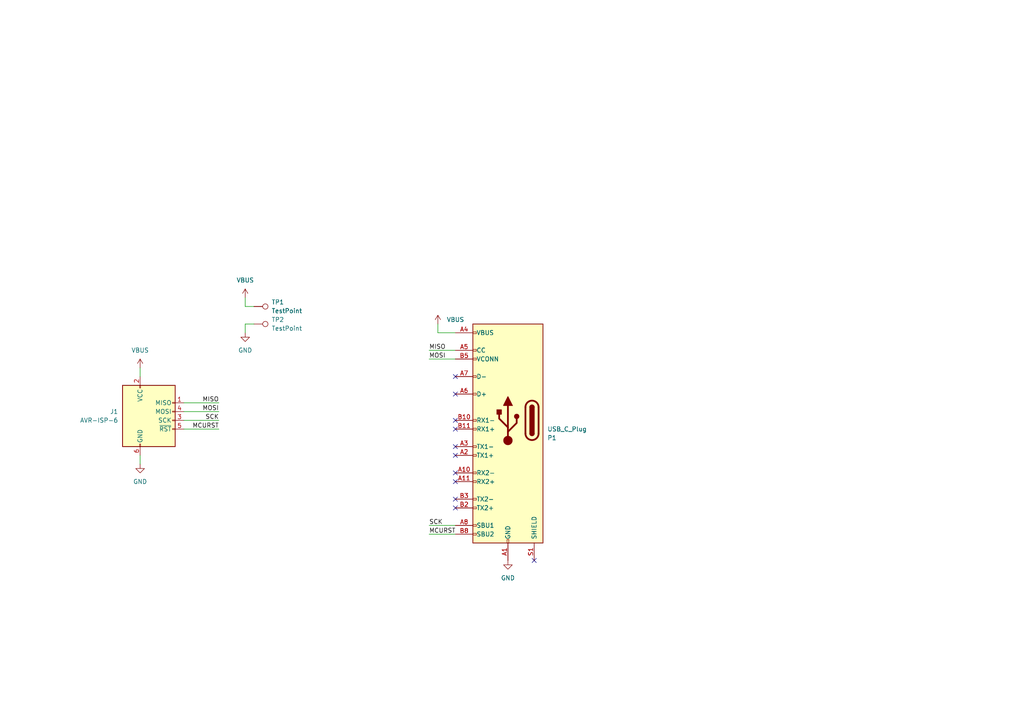
<source format=kicad_sch>
(kicad_sch (version 20211123) (generator eeschema)
  (paper "A4")
  (title_block (title "Debugotron - SWD to USBC Programmer") (date "2022-02-06") (rev "1.1") (company "Quesadillon LLC"))
  (lib_symbols
    (symbol "Connector:AVR-ISP-6" (pin_names (offset 1.016))
      (property "Reference" "J" (at -6.35 11.43 0))
      (property "Value" "AVR-ISP-6" (at 0 11.43 0))
      (symbol "AVR-ISP-6_0_1"
        (rectangle (start -2.667 -6.858) (end -2.413 -7.62))
        (rectangle (start -2.667 10.16) (end -2.413 9.398))
        (rectangle (start 7.62 -2.413) (end 6.858 -2.667))
        (rectangle (start 7.62 0.127) (end 6.858 -0.127))
        (rectangle (start 7.62 2.667) (end 6.858 2.413))
        (rectangle (start 7.62 5.207) (end 6.858 4.953))
        (rectangle (start 7.62 10.16) (end -7.62 -7.62) (stroke (width 0.254)) (fill (type background)))
      )
      (symbol "AVR-ISP-6_1_1"
        (pin passive line (at 10.16 5.08 180) (length 2.54) (name "MISO") (number "1"))
        (pin passive line (at -2.54 12.7 270) (length 2.54) (name "VCC") (number "2"))
        (pin passive line (at 10.16 0 180) (length 2.54) (name "SCK") (number "3"))
        (pin passive line (at 10.16 2.54 180) (length 2.54) (name "MOSI") (number "4"))
        (pin passive line (at 10.16 -2.54 180) (length 2.54) (name "~{RST}") (number "5"))
        (pin passive line (at -2.54 -10.16 90) (length 2.54) (name "GND") (number "6"))
      )
    )
    (symbol "Connector:TestPoint" (pin_numbers hide) (pin_names (offset 0.762) hide)
      (property "Reference" "TP" (at 0 6.858 0))
      (property "Value" "TestPoint" (at 0 5.08 0))
      (symbol "TestPoint_0_1"
        (circle (center 0 3.302) (radius 0.762))
      )
      (symbol "TestPoint_1_1"
        (pin passive line (at 0 0 90) (length 2.54) (name "1") (number "1"))
      )
    )
    (symbol "Connector:USB_C_Plug" (pin_names (offset 1.016))
      (property "Reference" "P" (at -10.16 29.21 0))
      (property "Value" "USB_C_Plug" (at 10.16 29.21 0))
      (symbol "USB_C_Plug_0_0"
        (rectangle (start -0.254 -35.56) (end 0.254 -34.544))
        (rectangle (start 10.16 -32.766) (end 9.144 -33.274))
        (rectangle (start 10.16 -30.226) (end 9.144 -30.734))
        (rectangle (start 10.16 -25.146) (end 9.144 -25.654))
        (rectangle (start 10.16 -22.606) (end 9.144 -23.114))
        (rectangle (start 10.16 -17.526) (end 9.144 -18.034))
        (rectangle (start 10.16 -14.986) (end 9.144 -15.494))
        (rectangle (start 10.16 -9.906) (end 9.144 -10.414))
        (rectangle (start 10.16 -7.366) (end 9.144 -7.874))
        (rectangle (start 10.16 -2.286) (end 9.144 -2.794))
        (rectangle (start 10.16 0.254) (end 9.144 -0.254))
        (rectangle (start 10.16 7.874) (end 9.144 7.366))
        (rectangle (start 10.16 12.954) (end 9.144 12.446))
        (rectangle (start 10.16 18.034) (end 9.144 17.526))
        (rectangle (start 10.16 20.574) (end 9.144 20.066))
        (rectangle (start 10.16 25.654) (end 9.144 25.146))
      )
      (symbol "USB_C_Plug_0_1"
        (rectangle (start -10.16 27.94) (end 10.16 -35.56) (stroke (width 0.254)) (fill (type background)))
        (arc (start -8.89 -3.81) (mid -6.985 -5.715) (end -5.08 -3.81) (stroke (width 0.508)))
        (arc (start -7.62 -3.81) (mid -6.985 -4.445) (end -6.35 -3.81) (stroke (width 0.254)))
        (arc (start -7.62 -3.81) (mid -6.985 -4.445) (end -6.35 -3.81) (stroke (width 0.254)) (fill (type outline)))
        (rectangle (start -7.62 -3.81) (end -6.35 3.81) (stroke (width 0.254)) (fill (type outline)))
        (arc (start -6.35 3.81) (mid -6.985 4.445) (end -7.62 3.81) (stroke (width 0.254)))
        (arc (start -6.35 3.81) (mid -6.985 4.445) (end -7.62 3.81) (stroke (width 0.254)) (fill (type outline)))
        (arc (start -5.08 3.81) (mid -6.985 5.715) (end -8.89 3.81) (stroke (width 0.508)))
        (polyline (pts (xy -8.89 -3.81) (xy -8.89 3.81)) (stroke (width 0.508)))
        (polyline (pts (xy -5.08 3.81) (xy -5.08 -3.81)) (stroke (width 0.508)))
      )
      (symbol "USB_C_Plug_1_1"
        (circle (center -2.54 1.143) (radius 0.635) (stroke (width 0.254)) (fill (type outline)))
        (circle (center 0 -5.842) (radius 1.27) (fill (type outline)))
        (polyline (pts (xy 0 -5.842) (xy 0 4.318)) (stroke (width 0.508)))
        (polyline (pts (xy 0 -3.302) (xy -2.54 -0.762) (xy -2.54 0.508)) (stroke (width 0.508)))
        (polyline (pts (xy 0 -2.032) (xy 2.54 0.508) (xy 2.54 1.778)) (stroke (width 0.508)))
        (polyline (pts (xy -1.27 4.318) (xy 0 6.858) (xy 1.27 4.318) (xy -1.27 4.318)) (stroke (width 0.254)) (fill (type outline)))
        (rectangle (start 1.905 1.778) (end 3.175 3.048) (stroke (width 0.254)) (fill (type outline)))
        (pin passive line (at 0 -40.64 90) (length 5.08) (name "GND") (number "A1"))
        (pin bidirectional line (at 15.24 -15.24 180) (length 5.08) (name "RX2-") (number "A10"))
        (pin bidirectional line (at 15.24 -17.78 180) (length 5.08) (name "RX2+") (number "A11"))
        (pin passive line (at 0 -40.64 90) (length 5.08) hide (name "GND") (number "A12"))
        (pin bidirectional line (at 15.24 -10.16 180) (length 5.08) (name "TX1+") (number "A2"))
        (pin bidirectional line (at 15.24 -7.62 180) (length 5.08) (name "TX1-") (number "A3"))
        (pin passive line (at 15.24 25.4 180) (length 5.08) (name "VBUS") (number "A4"))
        (pin bidirectional line (at 15.24 20.32 180) (length 5.08) (name "CC") (number "A5"))
        (pin bidirectional line (at 15.24 7.62 180) (length 5.08) (name "D+") (number "A6"))
        (pin bidirectional line (at 15.24 12.7 180) (length 5.08) (name "D-") (number "A7"))
        (pin bidirectional line (at 15.24 -30.48 180) (length 5.08) (name "SBU1") (number "A8"))
        (pin passive line (at 15.24 25.4 180) (length 5.08) hide (name "VBUS") (number "A9"))
        (pin passive line (at 0 -40.64 90) (length 5.08) hide (name "GND") (number "B1"))
        (pin bidirectional line (at 15.24 0 180) (length 5.08) (name "RX1-") (number "B10"))
        (pin bidirectional line (at 15.24 -2.54 180) (length 5.08) (name "RX1+") (number "B11"))
        (pin passive line (at 0 -40.64 90) (length 5.08) hide (name "GND") (number "B12"))
        (pin bidirectional line (at 15.24 -25.4 180) (length 5.08) (name "TX2+") (number "B2"))
        (pin bidirectional line (at 15.24 -22.86 180) (length 5.08) (name "TX2-") (number "B3"))
        (pin passive line (at 15.24 25.4 180) (length 5.08) hide (name "VBUS") (number "B4"))
        (pin bidirectional line (at 15.24 17.78 180) (length 5.08) (name "VCONN") (number "B5"))
        (pin bidirectional line (at 15.24 -33.02 180) (length 5.08) (name "SBU2") (number "B8"))
        (pin passive line (at 15.24 25.4 180) (length 5.08) hide (name "VBUS") (number "B9"))
        (pin passive line (at -7.62 -40.64 90) (length 5.08) (name "SHIELD") (number "S1"))
      )
    )
    (symbol "power:GND" (power) (pin_names (offset 0))
      (property "Value" "GND" (at 0 -3.81 0))
      (symbol "GND_0_1"
        (polyline (pts (xy 0 0) (xy 0 -1.27) (xy 1.27 -1.27) (xy 0 -2.54) (xy -1.27 -1.27) (xy 0 -1.27)))
      )
      (symbol "GND_1_1"
        (pin power_in line (at 0 0 270) (length 0) hide (name "GND") (number "1"))
      )
    )
    (symbol "power:VBUS" (power) (pin_names (offset 0))
      (property "Value" "VBUS" (at 0 3.81 0))
      (symbol "VBUS_0_1"
        (polyline (pts (xy -0.762 1.27) (xy 0 2.54)))
        (polyline (pts (xy 0 0) (xy 0 2.54)))
        (polyline (pts (xy 0 2.54) (xy 0.762 1.27)))
      )
      (symbol "VBUS_1_1"
        (pin power_in line (at 0 0 90) (length 0) hide (name "VBUS") (number "1"))
      )
    )
  )
  (no_connect (at 154.94 162.56))
  (no_connect (at 132.08 147.32))
  (no_connect (at 132.08 144.78))
  (no_connect (at 132.08 121.92))
  (no_connect (at 132.08 114.3))
  (no_connect (at 132.08 109.22))
  (no_connect (at 132.08 139.7))
  (no_connect (at 132.08 137.16))
  (no_connect (at 132.08 132.08))
  (no_connect (at 132.08 129.54))
  (no_connect (at 132.08 124.46))
  (wire (pts (xy 63.5 116.84) (xy 53.34 116.84)))
  (wire (pts (xy 71.12 96.52) (xy 71.12 93.98)))
  (wire (pts (xy 71.12 86.36) (xy 71.12 88.9)))
  (wire (pts (xy 127 93.98) (xy 127 96.52)))
  (wire (pts (xy 132.08 154.94) (xy 124.46 154.94)))
  (wire (pts (xy 63.5 119.38) (xy 53.34 119.38)))
  (wire (pts (xy 73.66 88.9) (xy 71.12 88.9)))
  (wire (pts (xy 40.64 132.08) (xy 40.64 134.62)))
  (wire (pts (xy 132.08 152.4) (xy 124.46 152.4)))
  (wire (pts (xy 127 96.52) (xy 132.08 96.52)))
  (wire (pts (xy 63.5 124.46) (xy 53.34 124.46)))
  (wire (pts (xy 132.08 101.6) (xy 124.46 101.6)))
  (wire (pts (xy 63.5 121.92) (xy 53.34 121.92)))
  (wire (pts (xy 124.46 104.14) (xy 132.08 104.14)))
  (wire (pts (xy 40.64 106.68) (xy 40.64 109.22)))
  (wire (pts (xy 71.12 93.98) (xy 73.66 93.98)))
  (label "SCK" (at 63.5 121.92 180))
  (label "SCK" (at 124.46 152.4 0))
  (label "MCURST" (at 124.46 154.94 0))
  (label "MISO" (at 63.5 116.84 180))
  (label "MISO" (at 124.46 101.6 0))
  (label "MOSI" (at 63.5 119.38 180))
  (label "MOSI" (at 124.46 104.14 0))
  (label "MCURST" (at 63.5 124.46 180))
  (symbol (lib_id "power:GND") (at 40.64 134.62 0) (unit 1)
    (property "Reference" "#PWR02" (effects hide))
    (property "Value" "GND" (at 40.64 139.7 0))
  )
  (symbol (lib_id "Connector:TestPoint") (at 73.66 88.9 270) (unit 1)
    (property "Reference" "TP1" (at 78.74 87.6299 90) (effects (justify left)))
    (property "Value" "TestPoint" (at 78.74 90.1699 90) (effects (justify left)))
    (property "Footprint" "TestPoint:TestPoint_Pad_D2.5mm" (effects hide))
  )
  (symbol (lib_id "Connector:USB_C_Plug") (at 147.32 121.92 0) (mirror y) (unit 1)
    (property "Reference" "P1" (at 158.75 127.0001 0) (effects (justify right)))
    (property "Value" "USB_C_Plug" (at 158.75 124.4601 0) (effects (justify right)))
    (property "Footprint" "alvarop:USB4151-GF-C" (effects hide))
    (property "Datasheet" "https://www.usb.org/sites/default/files/documents/usb_type-c.zip" (effects hide))
  )
  (symbol (lib_id "power:VBUS") (at 71.12 86.36 0) (unit 1)
    (property "Reference" "#PWR0102" (effects hide))
    (property "Value" "VBUS" (at 71.12 81.28 0))
  )
  (symbol (lib_id "power:GND") (at 71.12 96.52 0) (unit 1)
    (property "Reference" "#PWR0101" (effects hide))
    (property "Value" "GND" (at 71.12 101.6 0))
  )
  (symbol (lib_id "Connector:AVR-ISP-6") (at 43.18 121.92 0) (unit 1)
    (property "Reference" "J1" (at 34.29 119.3799 0) (effects (justify right)))
    (property "Value" "AVR-ISP-6" (at 34.29 121.9199 0) (effects (justify right)))
    (property "Footprint" "Connector_IDC:IDC-Header_2x03_P2.54mm_Vertical" (effects hide))
    (property "Datasheet" " ~" (effects hide))
  )
  (symbol (lib_id "Connector:TestPoint") (at 73.66 93.98 270) (unit 1)
    (property "Reference" "TP2" (at 78.74 92.7099 90) (effects (justify left)))
    (property "Value" "TestPoint" (at 78.74 95.2499 90) (effects (justify left)))
    (property "Footprint" "TestPoint:TestPoint_Pad_D2.5mm" (effects hide))
  )
  (symbol (lib_id "power:VBUS") (at 127 93.98 0) (mirror y) (unit 1)
    (property "Reference" "#PWR03" (effects hide))
    (property "Value" "VBUS" (at 129.54 92.7099 0) (effects (justify right)))
  )
  (symbol (lib_id "power:GND") (at 147.32 162.56 0) (unit 1)
    (property "Reference" "#PWR04" (effects hide))
    (property "Value" "GND" (at 147.32 167.64 0))
  )
  (symbol (lib_id "power:VBUS") (at 40.64 106.68 0) (unit 1)
    (property "Reference" "#PWR01" (effects hide))
    (property "Value" "VBUS" (at 40.64 101.6 0))
  )
)
</source>
